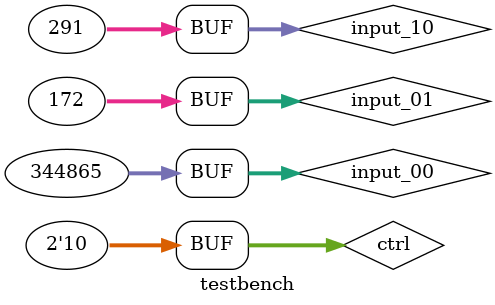
<source format=v>
`include "../src/mux3.v"

module testbench;

parameter SIZE = 31; //assume size is 31 unless otherwise specified
reg [1:0] ctrl; //an input
reg [SIZE:0] input_00; //an input
reg [SIZE:0] input_01; //an input
reg [SIZE:0] input_10; //an input
wire [SIZE:0] out; //our output

initial 
  begin
    input_00 = 32'h00054321; 
    input_01 = 32'h000000AC; 
    input_10 = 32'h00000123; 
    $monitor("ctrl is %h, input_00 is %h, input_01 is %h, input_10 is %h, out is %h", ctrl, input_00, input_01 ,input_10, out);
    ctrl = 2'b00; #10; //mux will output input_00 which is 00054321
    ctrl = 2'b01; #10; //mux will output input_01 which is 000000ac
    ctrl = 2'b10; #10; //mux will output input_10 which is 00000123  
  end

mux3 mux(ctrl, input_00, input_01, input_10, out);

endmodule



</source>
